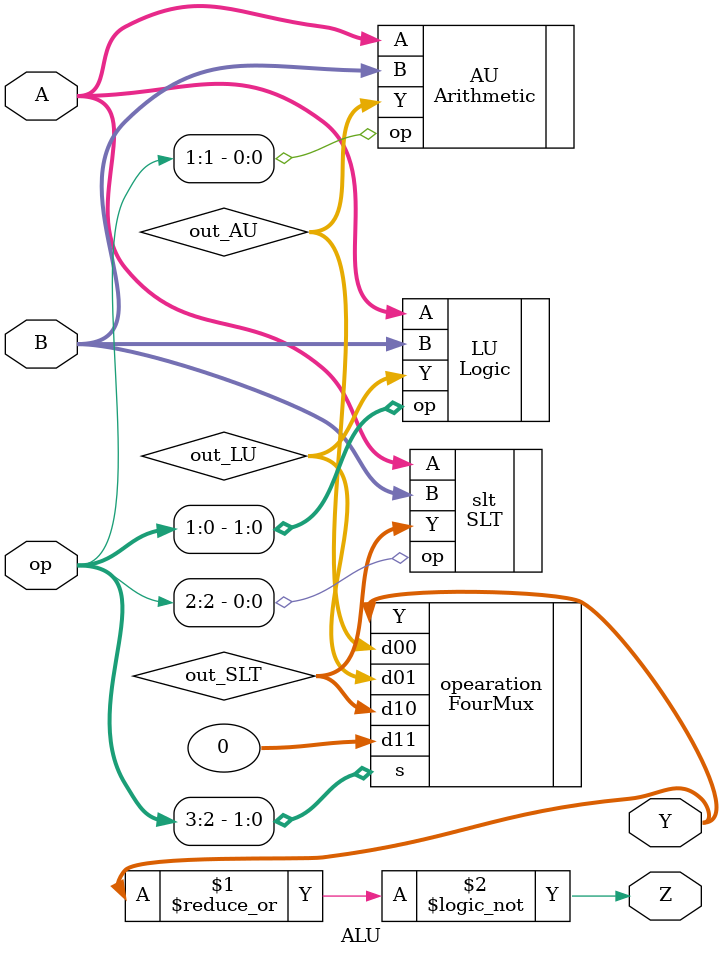
<source format=v>

module ALU (
    input [3:0] op,
    input [31:0] A, B,
    output [31:0] Y,
    output Z
    );

    wire [31:0] out_AU, out_LU, out_SLT;

    Arithmetic AU (
        .op(op[1]),
        .A(A),
        .B(B),
        .Y(out_AU)
        );
    Logic LU (
        .op(op[1:0]),
        .A(A),
        .B(B),
        .Y(out_LU)
        );
    SLT slt (
        .op(op[2]),
        .A(A),
        .B(B),
        .Y(out_SLT)
        );

    FourMux opearation (
        .s(op[3:2]),
        .d00(out_AU),
        .d01(out_LU),
        .d10(out_SLT),
        .d11(32'b0),
        .Y(Y)
        );

    assign Z = ~|Y;
endmodule

/////////////////////////////////////////////////////////////////////////////////////////////////////////

</source>
